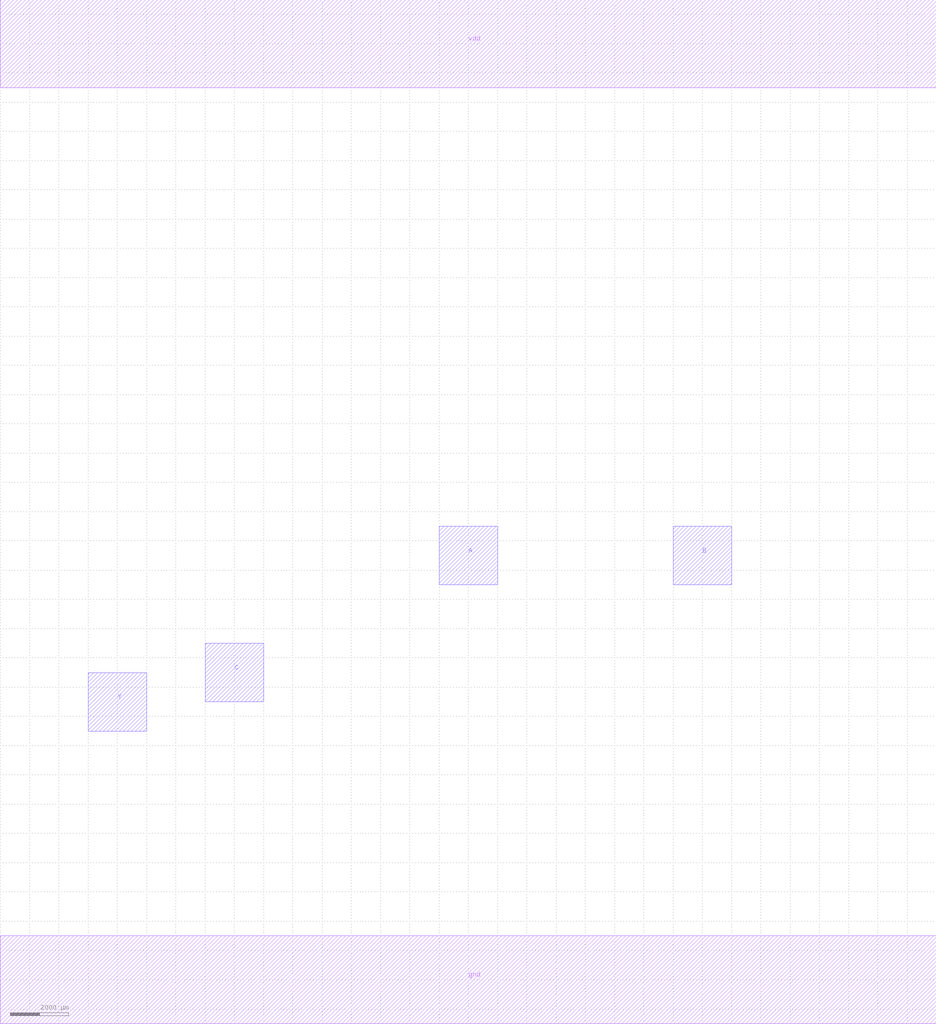
<source format=lef>
MACRO OAI21X1
 CLASS CORE ;
 ORIGIN 0 0 ;
 FOREIGN OAI21X1 0 0 ;
 SITE CORE ;
 SYMMETRY X Y R90 ;
  PIN vdd
   DIRECTION INOUT ;
   USE SIGNAL ;
   SHAPE ABUTMENT ;
    PORT
     CLASS CORE ;
       LAYER metal1 ;
        RECT 0.00000000 30500.00000000 32000.00000000 33500.00000000 ;
    END
  END vdd

  PIN gnd
   DIRECTION INOUT ;
   USE SIGNAL ;
   SHAPE ABUTMENT ;
    PORT
     CLASS CORE ;
       LAYER metal1 ;
        RECT 0.00000000 -1500.00000000 32000.00000000 1500.00000000 ;
    END
  END gnd

  PIN C
   DIRECTION INOUT ;
   USE SIGNAL ;
   SHAPE ABUTMENT ;
    PORT
     CLASS CORE ;
       LAYER metal2 ;
        RECT 7000.00000000 9500.00000000 9000.00000000 11500.00000000 ;
    END
  END C

  PIN A
   DIRECTION INOUT ;
   USE SIGNAL ;
   SHAPE ABUTMENT ;
    PORT
     CLASS CORE ;
       LAYER metal2 ;
        RECT 15000.00000000 13500.00000000 17000.00000000 15500.00000000 ;
    END
  END A

  PIN B
   DIRECTION INOUT ;
   USE SIGNAL ;
   SHAPE ABUTMENT ;
    PORT
     CLASS CORE ;
       LAYER metal2 ;
        RECT 23000.00000000 13500.00000000 25000.00000000 15500.00000000 ;
    END
  END B

  PIN Y
   DIRECTION INOUT ;
   USE SIGNAL ;
   SHAPE ABUTMENT ;
    PORT
     CLASS CORE ;
       LAYER metal2 ;
        RECT 3000.00000000 8500.00000000 5000.00000000 10500.00000000 ;
    END
  END Y


END OAI21X1

</source>
